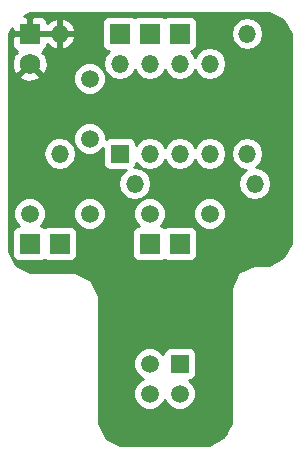
<source format=gbl>
G04 (created by PCBNEW (2013-07-07 BZR 4022)-stable) date Sun 21 May 2017 12:44:06 AM CDT*
%MOIN*%
G04 Gerber Fmt 3.4, Leading zero omitted, Abs format*
%FSLAX34Y34*%
G01*
G70*
G90*
G04 APERTURE LIST*
%ADD10C,0.00590551*%
%ADD11R,0.059X0.059*%
%ADD12C,0.059*%
%ADD13O,0.059X0.059*%
%ADD14R,0.069X0.069*%
%ADD15C,0.069*%
%ADD16C,0.01*%
G04 APERTURE END LIST*
G54D10*
G54D11*
X123000Y-30000D03*
G54D12*
X122000Y-31000D03*
X123000Y-31000D03*
X122000Y-30000D03*
G54D13*
X125500Y-24000D03*
X121500Y-24000D03*
X119000Y-23000D03*
X119000Y-19000D03*
X125250Y-19000D03*
X125250Y-23000D03*
G54D11*
X121000Y-23000D03*
G54D13*
X122000Y-23000D03*
X123000Y-23000D03*
X124000Y-23000D03*
X124000Y-20000D03*
X123000Y-20000D03*
X121000Y-20000D03*
X122000Y-20000D03*
G54D14*
X119000Y-26000D03*
X118000Y-26000D03*
X122000Y-19000D03*
X121000Y-19000D03*
X123000Y-26000D03*
X122000Y-26000D03*
X123000Y-19000D03*
G54D12*
X124000Y-25000D03*
X122000Y-25000D03*
X120000Y-20500D03*
X120000Y-22500D03*
X120000Y-25000D03*
X118000Y-25000D03*
G54D14*
X118000Y-19000D03*
G54D15*
X118000Y-20000D03*
G54D10*
G36*
X126700Y-25988D02*
X126462Y-26462D01*
X126055Y-26666D01*
X126055Y-24000D01*
X126014Y-23791D01*
X125896Y-23614D01*
X125719Y-23496D01*
X125538Y-23460D01*
X125635Y-23396D01*
X125753Y-23219D01*
X125795Y-23010D01*
X125795Y-22989D01*
X125795Y-19010D01*
X125795Y-18989D01*
X125753Y-18780D01*
X125635Y-18603D01*
X125458Y-18485D01*
X125250Y-18444D01*
X125041Y-18485D01*
X124864Y-18603D01*
X124746Y-18780D01*
X124705Y-18989D01*
X124705Y-19010D01*
X124746Y-19219D01*
X124864Y-19396D01*
X125041Y-19514D01*
X125250Y-19555D01*
X125458Y-19514D01*
X125635Y-19396D01*
X125753Y-19219D01*
X125795Y-19010D01*
X125795Y-22989D01*
X125753Y-22780D01*
X125635Y-22603D01*
X125458Y-22485D01*
X125250Y-22444D01*
X125041Y-22485D01*
X124864Y-22603D01*
X124746Y-22780D01*
X124705Y-22989D01*
X124705Y-23010D01*
X124746Y-23219D01*
X124864Y-23396D01*
X125041Y-23514D01*
X125205Y-23546D01*
X125103Y-23614D01*
X124985Y-23791D01*
X124944Y-24000D01*
X124985Y-24208D01*
X125103Y-24385D01*
X125280Y-24503D01*
X125489Y-24545D01*
X125510Y-24545D01*
X125719Y-24503D01*
X125896Y-24385D01*
X126014Y-24208D01*
X126055Y-24000D01*
X126055Y-26666D01*
X125988Y-26700D01*
X125488Y-26700D01*
X124962Y-26962D01*
X124700Y-27488D01*
X124700Y-29750D01*
X124700Y-31988D01*
X124555Y-32276D01*
X124555Y-23000D01*
X124555Y-20000D01*
X124514Y-19791D01*
X124396Y-19614D01*
X124219Y-19496D01*
X124010Y-19455D01*
X123989Y-19455D01*
X123780Y-19496D01*
X123603Y-19614D01*
X123500Y-19770D01*
X123396Y-19614D01*
X123366Y-19595D01*
X123394Y-19595D01*
X123486Y-19557D01*
X123556Y-19486D01*
X123594Y-19394D01*
X123595Y-19295D01*
X123595Y-18605D01*
X123557Y-18513D01*
X123486Y-18443D01*
X123394Y-18405D01*
X123295Y-18404D01*
X122605Y-18404D01*
X122513Y-18442D01*
X122500Y-18456D01*
X122486Y-18443D01*
X122394Y-18405D01*
X122295Y-18404D01*
X121605Y-18404D01*
X121513Y-18442D01*
X121500Y-18456D01*
X121486Y-18443D01*
X121394Y-18405D01*
X121295Y-18404D01*
X120605Y-18404D01*
X120513Y-18442D01*
X120443Y-18513D01*
X120405Y-18605D01*
X120404Y-18704D01*
X120404Y-19394D01*
X120442Y-19486D01*
X120513Y-19556D01*
X120605Y-19594D01*
X120633Y-19594D01*
X120603Y-19614D01*
X120485Y-19791D01*
X120444Y-20000D01*
X120485Y-20208D01*
X120603Y-20385D01*
X120780Y-20503D01*
X120989Y-20545D01*
X121010Y-20545D01*
X121219Y-20503D01*
X121396Y-20385D01*
X121500Y-20229D01*
X121603Y-20385D01*
X121780Y-20503D01*
X121989Y-20545D01*
X122010Y-20545D01*
X122219Y-20503D01*
X122396Y-20385D01*
X122500Y-20229D01*
X122603Y-20385D01*
X122780Y-20503D01*
X122989Y-20545D01*
X123010Y-20545D01*
X123219Y-20503D01*
X123396Y-20385D01*
X123500Y-20229D01*
X123603Y-20385D01*
X123780Y-20503D01*
X123989Y-20545D01*
X124010Y-20545D01*
X124219Y-20503D01*
X124396Y-20385D01*
X124514Y-20208D01*
X124555Y-20000D01*
X124555Y-23000D01*
X124514Y-22791D01*
X124396Y-22614D01*
X124219Y-22496D01*
X124010Y-22455D01*
X123989Y-22455D01*
X123780Y-22496D01*
X123603Y-22614D01*
X123500Y-22770D01*
X123396Y-22614D01*
X123219Y-22496D01*
X123010Y-22455D01*
X122989Y-22455D01*
X122780Y-22496D01*
X122603Y-22614D01*
X122500Y-22770D01*
X122396Y-22614D01*
X122219Y-22496D01*
X122010Y-22455D01*
X121989Y-22455D01*
X121780Y-22496D01*
X121603Y-22614D01*
X121545Y-22702D01*
X121545Y-22655D01*
X121507Y-22563D01*
X121436Y-22493D01*
X121344Y-22455D01*
X121245Y-22454D01*
X120655Y-22454D01*
X120563Y-22492D01*
X120544Y-22511D01*
X120545Y-22392D01*
X120545Y-20392D01*
X120462Y-20191D01*
X120309Y-20038D01*
X120108Y-19955D01*
X119892Y-19954D01*
X119691Y-20037D01*
X119538Y-20190D01*
X119528Y-20215D01*
X119528Y-19134D01*
X119528Y-18865D01*
X119436Y-18673D01*
X119278Y-18531D01*
X119134Y-18471D01*
X119050Y-18520D01*
X119050Y-18950D01*
X119480Y-18950D01*
X119528Y-18865D01*
X119528Y-19134D01*
X119480Y-19050D01*
X119050Y-19050D01*
X119050Y-19479D01*
X119134Y-19528D01*
X119278Y-19468D01*
X119436Y-19326D01*
X119528Y-19134D01*
X119528Y-20215D01*
X119455Y-20391D01*
X119454Y-20607D01*
X119537Y-20808D01*
X119690Y-20961D01*
X119891Y-21044D01*
X120107Y-21045D01*
X120308Y-20962D01*
X120461Y-20809D01*
X120544Y-20608D01*
X120545Y-20392D01*
X120545Y-22392D01*
X120462Y-22191D01*
X120309Y-22038D01*
X120108Y-21955D01*
X119892Y-21954D01*
X119691Y-22037D01*
X119538Y-22190D01*
X119455Y-22391D01*
X119454Y-22607D01*
X119537Y-22808D01*
X119690Y-22961D01*
X119891Y-23044D01*
X120107Y-23045D01*
X120308Y-22962D01*
X120454Y-22815D01*
X120454Y-23344D01*
X120492Y-23436D01*
X120563Y-23506D01*
X120655Y-23544D01*
X120754Y-23545D01*
X121208Y-23545D01*
X121103Y-23614D01*
X120985Y-23791D01*
X120944Y-24000D01*
X120985Y-24208D01*
X121103Y-24385D01*
X121280Y-24503D01*
X121489Y-24545D01*
X121510Y-24545D01*
X121719Y-24503D01*
X121896Y-24385D01*
X122014Y-24208D01*
X122055Y-24000D01*
X122014Y-23791D01*
X121896Y-23614D01*
X121719Y-23496D01*
X121510Y-23455D01*
X121489Y-23455D01*
X121488Y-23455D01*
X121506Y-23436D01*
X121544Y-23344D01*
X121544Y-23297D01*
X121603Y-23385D01*
X121780Y-23503D01*
X121989Y-23545D01*
X122010Y-23545D01*
X122219Y-23503D01*
X122396Y-23385D01*
X122500Y-23229D01*
X122603Y-23385D01*
X122780Y-23503D01*
X122989Y-23545D01*
X123010Y-23545D01*
X123219Y-23503D01*
X123396Y-23385D01*
X123500Y-23229D01*
X123603Y-23385D01*
X123780Y-23503D01*
X123989Y-23545D01*
X124010Y-23545D01*
X124219Y-23503D01*
X124396Y-23385D01*
X124514Y-23208D01*
X124555Y-23000D01*
X124555Y-32276D01*
X124545Y-32298D01*
X124545Y-24892D01*
X124462Y-24691D01*
X124309Y-24538D01*
X124108Y-24455D01*
X123892Y-24454D01*
X123691Y-24537D01*
X123538Y-24690D01*
X123455Y-24891D01*
X123454Y-25107D01*
X123537Y-25308D01*
X123690Y-25461D01*
X123891Y-25544D01*
X124107Y-25545D01*
X124308Y-25462D01*
X124461Y-25309D01*
X124544Y-25108D01*
X124545Y-24892D01*
X124545Y-32298D01*
X124462Y-32462D01*
X123988Y-32700D01*
X123595Y-32700D01*
X123595Y-26295D01*
X123595Y-25605D01*
X123557Y-25513D01*
X123486Y-25443D01*
X123394Y-25405D01*
X123295Y-25404D01*
X122605Y-25404D01*
X122513Y-25442D01*
X122500Y-25456D01*
X122486Y-25443D01*
X122394Y-25405D01*
X122365Y-25405D01*
X122461Y-25309D01*
X122544Y-25108D01*
X122545Y-24892D01*
X122462Y-24691D01*
X122309Y-24538D01*
X122108Y-24455D01*
X121892Y-24454D01*
X121691Y-24537D01*
X121538Y-24690D01*
X121455Y-24891D01*
X121454Y-25107D01*
X121537Y-25308D01*
X121634Y-25404D01*
X121605Y-25404D01*
X121513Y-25442D01*
X121443Y-25513D01*
X121405Y-25605D01*
X121404Y-25704D01*
X121404Y-26394D01*
X121442Y-26486D01*
X121513Y-26556D01*
X121605Y-26594D01*
X121704Y-26595D01*
X122394Y-26595D01*
X122486Y-26557D01*
X122499Y-26543D01*
X122513Y-26556D01*
X122605Y-26594D01*
X122704Y-26595D01*
X123394Y-26595D01*
X123486Y-26557D01*
X123556Y-26486D01*
X123594Y-26394D01*
X123595Y-26295D01*
X123595Y-32700D01*
X123545Y-32700D01*
X123545Y-30892D01*
X123462Y-30691D01*
X123315Y-30545D01*
X123344Y-30545D01*
X123436Y-30507D01*
X123506Y-30436D01*
X123544Y-30344D01*
X123545Y-30245D01*
X123545Y-29655D01*
X123507Y-29563D01*
X123436Y-29493D01*
X123344Y-29455D01*
X123245Y-29454D01*
X122655Y-29454D01*
X122563Y-29492D01*
X122493Y-29563D01*
X122455Y-29655D01*
X122455Y-29684D01*
X122309Y-29538D01*
X122108Y-29455D01*
X121892Y-29454D01*
X121691Y-29537D01*
X121538Y-29690D01*
X121455Y-29891D01*
X121454Y-30107D01*
X121537Y-30308D01*
X121690Y-30461D01*
X121782Y-30499D01*
X121691Y-30537D01*
X121538Y-30690D01*
X121455Y-30891D01*
X121454Y-31107D01*
X121537Y-31308D01*
X121690Y-31461D01*
X121891Y-31544D01*
X122107Y-31545D01*
X122308Y-31462D01*
X122461Y-31309D01*
X122499Y-31217D01*
X122537Y-31308D01*
X122690Y-31461D01*
X122891Y-31544D01*
X123107Y-31545D01*
X123308Y-31462D01*
X123461Y-31309D01*
X123544Y-31108D01*
X123545Y-30892D01*
X123545Y-32700D01*
X121011Y-32700D01*
X120545Y-32466D01*
X120545Y-24892D01*
X120462Y-24691D01*
X120309Y-24538D01*
X120108Y-24455D01*
X119892Y-24454D01*
X119691Y-24537D01*
X119545Y-24684D01*
X119545Y-23010D01*
X119545Y-22989D01*
X119503Y-22780D01*
X119385Y-22603D01*
X119208Y-22485D01*
X119000Y-22444D01*
X118950Y-22454D01*
X118950Y-19479D01*
X118950Y-19050D01*
X118950Y-18950D01*
X118950Y-18520D01*
X118865Y-18471D01*
X118721Y-18531D01*
X118595Y-18645D01*
X118595Y-18605D01*
X118557Y-18513D01*
X118486Y-18443D01*
X118394Y-18405D01*
X118295Y-18404D01*
X118112Y-18405D01*
X118050Y-18467D01*
X118050Y-18950D01*
X118519Y-18950D01*
X118532Y-18950D01*
X118950Y-18950D01*
X118950Y-19050D01*
X118532Y-19050D01*
X118519Y-19050D01*
X118050Y-19050D01*
X118050Y-19057D01*
X117950Y-19057D01*
X117950Y-19050D01*
X117467Y-19050D01*
X117405Y-19112D01*
X117404Y-19394D01*
X117442Y-19486D01*
X117513Y-19556D01*
X117565Y-19578D01*
X117536Y-19607D01*
X117581Y-19652D01*
X117481Y-19685D01*
X117400Y-19907D01*
X117410Y-20143D01*
X117481Y-20314D01*
X117581Y-20347D01*
X117929Y-20000D01*
X117923Y-19994D01*
X117994Y-19923D01*
X118000Y-19929D01*
X118005Y-19923D01*
X118076Y-19994D01*
X118070Y-20000D01*
X118418Y-20347D01*
X118518Y-20314D01*
X118599Y-20092D01*
X118589Y-19856D01*
X118518Y-19685D01*
X118418Y-19652D01*
X118463Y-19607D01*
X118434Y-19578D01*
X118486Y-19556D01*
X118557Y-19486D01*
X118595Y-19394D01*
X118595Y-19354D01*
X118721Y-19468D01*
X118865Y-19528D01*
X118950Y-19479D01*
X118950Y-22454D01*
X118791Y-22485D01*
X118614Y-22603D01*
X118599Y-22626D01*
X118496Y-22780D01*
X118455Y-22989D01*
X118455Y-23010D01*
X118496Y-23219D01*
X118614Y-23396D01*
X118791Y-23514D01*
X119000Y-23555D01*
X119208Y-23514D01*
X119385Y-23396D01*
X119503Y-23219D01*
X119545Y-23010D01*
X119545Y-24684D01*
X119538Y-24690D01*
X119455Y-24891D01*
X119454Y-25107D01*
X119537Y-25308D01*
X119690Y-25461D01*
X119891Y-25544D01*
X120107Y-25545D01*
X120308Y-25462D01*
X120461Y-25309D01*
X120544Y-25108D01*
X120545Y-24892D01*
X120545Y-32466D01*
X120537Y-32462D01*
X120300Y-31988D01*
X120300Y-28250D01*
X120300Y-27738D01*
X120037Y-27212D01*
X119595Y-26991D01*
X119595Y-26295D01*
X119595Y-25605D01*
X119557Y-25513D01*
X119486Y-25443D01*
X119394Y-25405D01*
X119295Y-25404D01*
X118605Y-25404D01*
X118513Y-25442D01*
X118500Y-25456D01*
X118486Y-25443D01*
X118394Y-25405D01*
X118365Y-25405D01*
X118461Y-25309D01*
X118544Y-25108D01*
X118545Y-24892D01*
X118462Y-24691D01*
X118347Y-24576D01*
X118347Y-20418D01*
X118000Y-20070D01*
X117929Y-20141D01*
X117652Y-20418D01*
X117685Y-20518D01*
X117907Y-20599D01*
X118143Y-20589D01*
X118314Y-20518D01*
X118347Y-20418D01*
X118347Y-24576D01*
X118309Y-24538D01*
X118108Y-24455D01*
X117892Y-24454D01*
X117691Y-24537D01*
X117538Y-24690D01*
X117455Y-24891D01*
X117454Y-25107D01*
X117537Y-25308D01*
X117634Y-25404D01*
X117605Y-25404D01*
X117513Y-25442D01*
X117443Y-25513D01*
X117405Y-25605D01*
X117404Y-25704D01*
X117404Y-26394D01*
X117442Y-26486D01*
X117513Y-26556D01*
X117605Y-26594D01*
X117704Y-26595D01*
X118394Y-26595D01*
X118486Y-26557D01*
X118499Y-26543D01*
X118513Y-26556D01*
X118605Y-26594D01*
X118704Y-26595D01*
X119394Y-26595D01*
X119486Y-26557D01*
X119556Y-26486D01*
X119594Y-26394D01*
X119595Y-26295D01*
X119595Y-26991D01*
X119511Y-26950D01*
X119000Y-26950D01*
X118011Y-26950D01*
X117537Y-26712D01*
X117300Y-26238D01*
X117300Y-19011D01*
X117404Y-18801D01*
X117405Y-18887D01*
X117467Y-18950D01*
X117950Y-18950D01*
X117950Y-18467D01*
X117887Y-18405D01*
X117801Y-18404D01*
X118011Y-18300D01*
X125988Y-18300D01*
X126462Y-18537D01*
X126700Y-19011D01*
X126700Y-25988D01*
X126700Y-25988D01*
G37*
G54D16*
X126700Y-25988D02*
X126462Y-26462D01*
X126055Y-26666D01*
X126055Y-24000D01*
X126014Y-23791D01*
X125896Y-23614D01*
X125719Y-23496D01*
X125538Y-23460D01*
X125635Y-23396D01*
X125753Y-23219D01*
X125795Y-23010D01*
X125795Y-22989D01*
X125795Y-19010D01*
X125795Y-18989D01*
X125753Y-18780D01*
X125635Y-18603D01*
X125458Y-18485D01*
X125250Y-18444D01*
X125041Y-18485D01*
X124864Y-18603D01*
X124746Y-18780D01*
X124705Y-18989D01*
X124705Y-19010D01*
X124746Y-19219D01*
X124864Y-19396D01*
X125041Y-19514D01*
X125250Y-19555D01*
X125458Y-19514D01*
X125635Y-19396D01*
X125753Y-19219D01*
X125795Y-19010D01*
X125795Y-22989D01*
X125753Y-22780D01*
X125635Y-22603D01*
X125458Y-22485D01*
X125250Y-22444D01*
X125041Y-22485D01*
X124864Y-22603D01*
X124746Y-22780D01*
X124705Y-22989D01*
X124705Y-23010D01*
X124746Y-23219D01*
X124864Y-23396D01*
X125041Y-23514D01*
X125205Y-23546D01*
X125103Y-23614D01*
X124985Y-23791D01*
X124944Y-24000D01*
X124985Y-24208D01*
X125103Y-24385D01*
X125280Y-24503D01*
X125489Y-24545D01*
X125510Y-24545D01*
X125719Y-24503D01*
X125896Y-24385D01*
X126014Y-24208D01*
X126055Y-24000D01*
X126055Y-26666D01*
X125988Y-26700D01*
X125488Y-26700D01*
X124962Y-26962D01*
X124700Y-27488D01*
X124700Y-29750D01*
X124700Y-31988D01*
X124555Y-32276D01*
X124555Y-23000D01*
X124555Y-20000D01*
X124514Y-19791D01*
X124396Y-19614D01*
X124219Y-19496D01*
X124010Y-19455D01*
X123989Y-19455D01*
X123780Y-19496D01*
X123603Y-19614D01*
X123500Y-19770D01*
X123396Y-19614D01*
X123366Y-19595D01*
X123394Y-19595D01*
X123486Y-19557D01*
X123556Y-19486D01*
X123594Y-19394D01*
X123595Y-19295D01*
X123595Y-18605D01*
X123557Y-18513D01*
X123486Y-18443D01*
X123394Y-18405D01*
X123295Y-18404D01*
X122605Y-18404D01*
X122513Y-18442D01*
X122500Y-18456D01*
X122486Y-18443D01*
X122394Y-18405D01*
X122295Y-18404D01*
X121605Y-18404D01*
X121513Y-18442D01*
X121500Y-18456D01*
X121486Y-18443D01*
X121394Y-18405D01*
X121295Y-18404D01*
X120605Y-18404D01*
X120513Y-18442D01*
X120443Y-18513D01*
X120405Y-18605D01*
X120404Y-18704D01*
X120404Y-19394D01*
X120442Y-19486D01*
X120513Y-19556D01*
X120605Y-19594D01*
X120633Y-19594D01*
X120603Y-19614D01*
X120485Y-19791D01*
X120444Y-20000D01*
X120485Y-20208D01*
X120603Y-20385D01*
X120780Y-20503D01*
X120989Y-20545D01*
X121010Y-20545D01*
X121219Y-20503D01*
X121396Y-20385D01*
X121500Y-20229D01*
X121603Y-20385D01*
X121780Y-20503D01*
X121989Y-20545D01*
X122010Y-20545D01*
X122219Y-20503D01*
X122396Y-20385D01*
X122500Y-20229D01*
X122603Y-20385D01*
X122780Y-20503D01*
X122989Y-20545D01*
X123010Y-20545D01*
X123219Y-20503D01*
X123396Y-20385D01*
X123500Y-20229D01*
X123603Y-20385D01*
X123780Y-20503D01*
X123989Y-20545D01*
X124010Y-20545D01*
X124219Y-20503D01*
X124396Y-20385D01*
X124514Y-20208D01*
X124555Y-20000D01*
X124555Y-23000D01*
X124514Y-22791D01*
X124396Y-22614D01*
X124219Y-22496D01*
X124010Y-22455D01*
X123989Y-22455D01*
X123780Y-22496D01*
X123603Y-22614D01*
X123500Y-22770D01*
X123396Y-22614D01*
X123219Y-22496D01*
X123010Y-22455D01*
X122989Y-22455D01*
X122780Y-22496D01*
X122603Y-22614D01*
X122500Y-22770D01*
X122396Y-22614D01*
X122219Y-22496D01*
X122010Y-22455D01*
X121989Y-22455D01*
X121780Y-22496D01*
X121603Y-22614D01*
X121545Y-22702D01*
X121545Y-22655D01*
X121507Y-22563D01*
X121436Y-22493D01*
X121344Y-22455D01*
X121245Y-22454D01*
X120655Y-22454D01*
X120563Y-22492D01*
X120544Y-22511D01*
X120545Y-22392D01*
X120545Y-20392D01*
X120462Y-20191D01*
X120309Y-20038D01*
X120108Y-19955D01*
X119892Y-19954D01*
X119691Y-20037D01*
X119538Y-20190D01*
X119528Y-20215D01*
X119528Y-19134D01*
X119528Y-18865D01*
X119436Y-18673D01*
X119278Y-18531D01*
X119134Y-18471D01*
X119050Y-18520D01*
X119050Y-18950D01*
X119480Y-18950D01*
X119528Y-18865D01*
X119528Y-19134D01*
X119480Y-19050D01*
X119050Y-19050D01*
X119050Y-19479D01*
X119134Y-19528D01*
X119278Y-19468D01*
X119436Y-19326D01*
X119528Y-19134D01*
X119528Y-20215D01*
X119455Y-20391D01*
X119454Y-20607D01*
X119537Y-20808D01*
X119690Y-20961D01*
X119891Y-21044D01*
X120107Y-21045D01*
X120308Y-20962D01*
X120461Y-20809D01*
X120544Y-20608D01*
X120545Y-20392D01*
X120545Y-22392D01*
X120462Y-22191D01*
X120309Y-22038D01*
X120108Y-21955D01*
X119892Y-21954D01*
X119691Y-22037D01*
X119538Y-22190D01*
X119455Y-22391D01*
X119454Y-22607D01*
X119537Y-22808D01*
X119690Y-22961D01*
X119891Y-23044D01*
X120107Y-23045D01*
X120308Y-22962D01*
X120454Y-22815D01*
X120454Y-23344D01*
X120492Y-23436D01*
X120563Y-23506D01*
X120655Y-23544D01*
X120754Y-23545D01*
X121208Y-23545D01*
X121103Y-23614D01*
X120985Y-23791D01*
X120944Y-24000D01*
X120985Y-24208D01*
X121103Y-24385D01*
X121280Y-24503D01*
X121489Y-24545D01*
X121510Y-24545D01*
X121719Y-24503D01*
X121896Y-24385D01*
X122014Y-24208D01*
X122055Y-24000D01*
X122014Y-23791D01*
X121896Y-23614D01*
X121719Y-23496D01*
X121510Y-23455D01*
X121489Y-23455D01*
X121488Y-23455D01*
X121506Y-23436D01*
X121544Y-23344D01*
X121544Y-23297D01*
X121603Y-23385D01*
X121780Y-23503D01*
X121989Y-23545D01*
X122010Y-23545D01*
X122219Y-23503D01*
X122396Y-23385D01*
X122500Y-23229D01*
X122603Y-23385D01*
X122780Y-23503D01*
X122989Y-23545D01*
X123010Y-23545D01*
X123219Y-23503D01*
X123396Y-23385D01*
X123500Y-23229D01*
X123603Y-23385D01*
X123780Y-23503D01*
X123989Y-23545D01*
X124010Y-23545D01*
X124219Y-23503D01*
X124396Y-23385D01*
X124514Y-23208D01*
X124555Y-23000D01*
X124555Y-32276D01*
X124545Y-32298D01*
X124545Y-24892D01*
X124462Y-24691D01*
X124309Y-24538D01*
X124108Y-24455D01*
X123892Y-24454D01*
X123691Y-24537D01*
X123538Y-24690D01*
X123455Y-24891D01*
X123454Y-25107D01*
X123537Y-25308D01*
X123690Y-25461D01*
X123891Y-25544D01*
X124107Y-25545D01*
X124308Y-25462D01*
X124461Y-25309D01*
X124544Y-25108D01*
X124545Y-24892D01*
X124545Y-32298D01*
X124462Y-32462D01*
X123988Y-32700D01*
X123595Y-32700D01*
X123595Y-26295D01*
X123595Y-25605D01*
X123557Y-25513D01*
X123486Y-25443D01*
X123394Y-25405D01*
X123295Y-25404D01*
X122605Y-25404D01*
X122513Y-25442D01*
X122500Y-25456D01*
X122486Y-25443D01*
X122394Y-25405D01*
X122365Y-25405D01*
X122461Y-25309D01*
X122544Y-25108D01*
X122545Y-24892D01*
X122462Y-24691D01*
X122309Y-24538D01*
X122108Y-24455D01*
X121892Y-24454D01*
X121691Y-24537D01*
X121538Y-24690D01*
X121455Y-24891D01*
X121454Y-25107D01*
X121537Y-25308D01*
X121634Y-25404D01*
X121605Y-25404D01*
X121513Y-25442D01*
X121443Y-25513D01*
X121405Y-25605D01*
X121404Y-25704D01*
X121404Y-26394D01*
X121442Y-26486D01*
X121513Y-26556D01*
X121605Y-26594D01*
X121704Y-26595D01*
X122394Y-26595D01*
X122486Y-26557D01*
X122499Y-26543D01*
X122513Y-26556D01*
X122605Y-26594D01*
X122704Y-26595D01*
X123394Y-26595D01*
X123486Y-26557D01*
X123556Y-26486D01*
X123594Y-26394D01*
X123595Y-26295D01*
X123595Y-32700D01*
X123545Y-32700D01*
X123545Y-30892D01*
X123462Y-30691D01*
X123315Y-30545D01*
X123344Y-30545D01*
X123436Y-30507D01*
X123506Y-30436D01*
X123544Y-30344D01*
X123545Y-30245D01*
X123545Y-29655D01*
X123507Y-29563D01*
X123436Y-29493D01*
X123344Y-29455D01*
X123245Y-29454D01*
X122655Y-29454D01*
X122563Y-29492D01*
X122493Y-29563D01*
X122455Y-29655D01*
X122455Y-29684D01*
X122309Y-29538D01*
X122108Y-29455D01*
X121892Y-29454D01*
X121691Y-29537D01*
X121538Y-29690D01*
X121455Y-29891D01*
X121454Y-30107D01*
X121537Y-30308D01*
X121690Y-30461D01*
X121782Y-30499D01*
X121691Y-30537D01*
X121538Y-30690D01*
X121455Y-30891D01*
X121454Y-31107D01*
X121537Y-31308D01*
X121690Y-31461D01*
X121891Y-31544D01*
X122107Y-31545D01*
X122308Y-31462D01*
X122461Y-31309D01*
X122499Y-31217D01*
X122537Y-31308D01*
X122690Y-31461D01*
X122891Y-31544D01*
X123107Y-31545D01*
X123308Y-31462D01*
X123461Y-31309D01*
X123544Y-31108D01*
X123545Y-30892D01*
X123545Y-32700D01*
X121011Y-32700D01*
X120545Y-32466D01*
X120545Y-24892D01*
X120462Y-24691D01*
X120309Y-24538D01*
X120108Y-24455D01*
X119892Y-24454D01*
X119691Y-24537D01*
X119545Y-24684D01*
X119545Y-23010D01*
X119545Y-22989D01*
X119503Y-22780D01*
X119385Y-22603D01*
X119208Y-22485D01*
X119000Y-22444D01*
X118950Y-22454D01*
X118950Y-19479D01*
X118950Y-19050D01*
X118950Y-18950D01*
X118950Y-18520D01*
X118865Y-18471D01*
X118721Y-18531D01*
X118595Y-18645D01*
X118595Y-18605D01*
X118557Y-18513D01*
X118486Y-18443D01*
X118394Y-18405D01*
X118295Y-18404D01*
X118112Y-18405D01*
X118050Y-18467D01*
X118050Y-18950D01*
X118519Y-18950D01*
X118532Y-18950D01*
X118950Y-18950D01*
X118950Y-19050D01*
X118532Y-19050D01*
X118519Y-19050D01*
X118050Y-19050D01*
X118050Y-19057D01*
X117950Y-19057D01*
X117950Y-19050D01*
X117467Y-19050D01*
X117405Y-19112D01*
X117404Y-19394D01*
X117442Y-19486D01*
X117513Y-19556D01*
X117565Y-19578D01*
X117536Y-19607D01*
X117581Y-19652D01*
X117481Y-19685D01*
X117400Y-19907D01*
X117410Y-20143D01*
X117481Y-20314D01*
X117581Y-20347D01*
X117929Y-20000D01*
X117923Y-19994D01*
X117994Y-19923D01*
X118000Y-19929D01*
X118005Y-19923D01*
X118076Y-19994D01*
X118070Y-20000D01*
X118418Y-20347D01*
X118518Y-20314D01*
X118599Y-20092D01*
X118589Y-19856D01*
X118518Y-19685D01*
X118418Y-19652D01*
X118463Y-19607D01*
X118434Y-19578D01*
X118486Y-19556D01*
X118557Y-19486D01*
X118595Y-19394D01*
X118595Y-19354D01*
X118721Y-19468D01*
X118865Y-19528D01*
X118950Y-19479D01*
X118950Y-22454D01*
X118791Y-22485D01*
X118614Y-22603D01*
X118599Y-22626D01*
X118496Y-22780D01*
X118455Y-22989D01*
X118455Y-23010D01*
X118496Y-23219D01*
X118614Y-23396D01*
X118791Y-23514D01*
X119000Y-23555D01*
X119208Y-23514D01*
X119385Y-23396D01*
X119503Y-23219D01*
X119545Y-23010D01*
X119545Y-24684D01*
X119538Y-24690D01*
X119455Y-24891D01*
X119454Y-25107D01*
X119537Y-25308D01*
X119690Y-25461D01*
X119891Y-25544D01*
X120107Y-25545D01*
X120308Y-25462D01*
X120461Y-25309D01*
X120544Y-25108D01*
X120545Y-24892D01*
X120545Y-32466D01*
X120537Y-32462D01*
X120300Y-31988D01*
X120300Y-28250D01*
X120300Y-27738D01*
X120037Y-27212D01*
X119595Y-26991D01*
X119595Y-26295D01*
X119595Y-25605D01*
X119557Y-25513D01*
X119486Y-25443D01*
X119394Y-25405D01*
X119295Y-25404D01*
X118605Y-25404D01*
X118513Y-25442D01*
X118500Y-25456D01*
X118486Y-25443D01*
X118394Y-25405D01*
X118365Y-25405D01*
X118461Y-25309D01*
X118544Y-25108D01*
X118545Y-24892D01*
X118462Y-24691D01*
X118347Y-24576D01*
X118347Y-20418D01*
X118000Y-20070D01*
X117929Y-20141D01*
X117652Y-20418D01*
X117685Y-20518D01*
X117907Y-20599D01*
X118143Y-20589D01*
X118314Y-20518D01*
X118347Y-20418D01*
X118347Y-24576D01*
X118309Y-24538D01*
X118108Y-24455D01*
X117892Y-24454D01*
X117691Y-24537D01*
X117538Y-24690D01*
X117455Y-24891D01*
X117454Y-25107D01*
X117537Y-25308D01*
X117634Y-25404D01*
X117605Y-25404D01*
X117513Y-25442D01*
X117443Y-25513D01*
X117405Y-25605D01*
X117404Y-25704D01*
X117404Y-26394D01*
X117442Y-26486D01*
X117513Y-26556D01*
X117605Y-26594D01*
X117704Y-26595D01*
X118394Y-26595D01*
X118486Y-26557D01*
X118499Y-26543D01*
X118513Y-26556D01*
X118605Y-26594D01*
X118704Y-26595D01*
X119394Y-26595D01*
X119486Y-26557D01*
X119556Y-26486D01*
X119594Y-26394D01*
X119595Y-26295D01*
X119595Y-26991D01*
X119511Y-26950D01*
X119000Y-26950D01*
X118011Y-26950D01*
X117537Y-26712D01*
X117300Y-26238D01*
X117300Y-19011D01*
X117404Y-18801D01*
X117405Y-18887D01*
X117467Y-18950D01*
X117950Y-18950D01*
X117950Y-18467D01*
X117887Y-18405D01*
X117801Y-18404D01*
X118011Y-18300D01*
X125988Y-18300D01*
X126462Y-18537D01*
X126700Y-19011D01*
X126700Y-25988D01*
M02*

</source>
